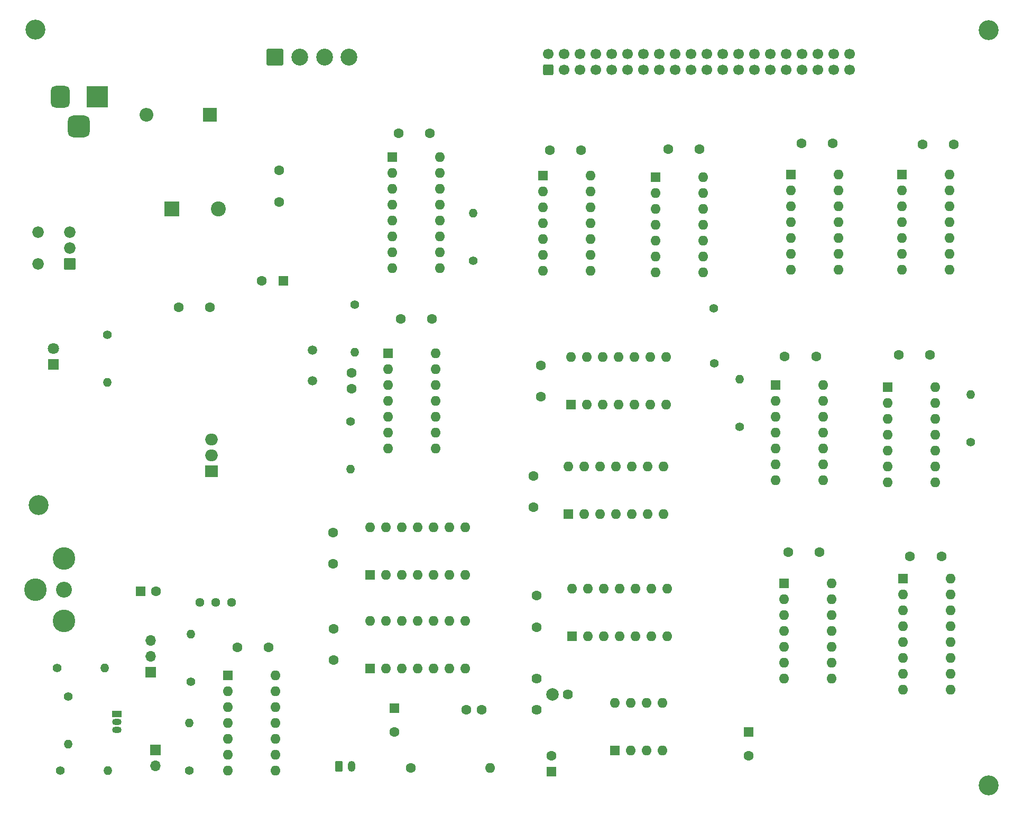
<source format=gbr>
%TF.GenerationSoftware,KiCad,Pcbnew,(6.0.5)*%
%TF.CreationDate,2025-02-02T16:16:03-05:00*%
%TF.ProjectId,full video boardREV2,66756c6c-2076-4696-9465-6f20626f6172,rev?*%
%TF.SameCoordinates,Original*%
%TF.FileFunction,Soldermask,Bot*%
%TF.FilePolarity,Negative*%
%FSLAX46Y46*%
G04 Gerber Fmt 4.6, Leading zero omitted, Abs format (unit mm)*
G04 Created by KiCad (PCBNEW (6.0.5)) date 2025-02-02 16:16:03*
%MOMM*%
%LPD*%
G01*
G04 APERTURE LIST*
G04 Aperture macros list*
%AMRoundRect*
0 Rectangle with rounded corners*
0 $1 Rounding radius*
0 $2 $3 $4 $5 $6 $7 $8 $9 X,Y pos of 4 corners*
0 Add a 4 corners polygon primitive as box body*
4,1,4,$2,$3,$4,$5,$6,$7,$8,$9,$2,$3,0*
0 Add four circle primitives for the rounded corners*
1,1,$1+$1,$2,$3*
1,1,$1+$1,$4,$5*
1,1,$1+$1,$6,$7*
1,1,$1+$1,$8,$9*
0 Add four rect primitives between the rounded corners*
20,1,$1+$1,$2,$3,$4,$5,0*
20,1,$1+$1,$4,$5,$6,$7,0*
20,1,$1+$1,$6,$7,$8,$9,0*
20,1,$1+$1,$8,$9,$2,$3,0*%
G04 Aperture macros list end*
%ADD10R,1.600000X1.600000*%
%ADD11O,1.600000X1.600000*%
%ADD12C,1.600000*%
%ADD13RoundRect,0.102000X-0.817500X-0.817500X0.817500X-0.817500X0.817500X0.817500X-0.817500X0.817500X0*%
%ADD14C,1.839000*%
%ADD15C,1.400000*%
%ADD16O,1.400000X1.400000*%
%ADD17RoundRect,0.250000X0.600000X-0.600000X0.600000X0.600000X-0.600000X0.600000X-0.600000X-0.600000X0*%
%ADD18C,1.700000*%
%ADD19R,1.800000X1.800000*%
%ADD20C,1.800000*%
%ADD21R,3.500000X3.500000*%
%ADD22RoundRect,0.750000X-0.750000X-1.000000X0.750000X-1.000000X0.750000X1.000000X-0.750000X1.000000X0*%
%ADD23RoundRect,0.875000X-0.875000X-0.875000X0.875000X-0.875000X0.875000X0.875000X-0.875000X0.875000X0*%
%ADD24R,2.200000X2.200000*%
%ADD25O,2.200000X2.200000*%
%ADD26C,3.200000*%
%ADD27R,1.700000X1.700000*%
%ADD28O,1.700000X1.700000*%
%ADD29C,1.500000*%
%ADD30R,2.000000X1.905000*%
%ADD31O,2.000000X1.905000*%
%ADD32RoundRect,0.250000X-0.350000X-0.625000X0.350000X-0.625000X0.350000X0.625000X-0.350000X0.625000X0*%
%ADD33O,1.200000X1.750000*%
%ADD34C,3.616000*%
%ADD35C,2.550000*%
%ADD36C,2.000000*%
%ADD37C,1.620000*%
%ADD38R,2.400000X2.400000*%
%ADD39C,2.400000*%
%ADD40RoundRect,0.250001X-1.099999X-1.099999X1.099999X-1.099999X1.099999X1.099999X-1.099999X1.099999X0*%
%ADD41C,2.700000*%
%ADD42R,1.500000X1.050000*%
%ADD43O,1.500000X1.050000*%
%ADD44C,1.440000*%
G04 APERTURE END LIST*
D10*
%TO.C,U10*%
X274660200Y-180126400D03*
D11*
X274660200Y-182666400D03*
X274660200Y-185206400D03*
X274660200Y-187746400D03*
X274660200Y-190286400D03*
X274660200Y-192826400D03*
X274660200Y-195366400D03*
X274660200Y-197906400D03*
X282280200Y-197906400D03*
X282280200Y-195366400D03*
X282280200Y-192826400D03*
X282280200Y-190286400D03*
X282280200Y-187746400D03*
X282280200Y-185206400D03*
X282280200Y-182666400D03*
X282280200Y-180126400D03*
%TD*%
D10*
%TO.C,U7*%
X192872200Y-112613200D03*
D11*
X192872200Y-115153200D03*
X192872200Y-117693200D03*
X192872200Y-120233200D03*
X192872200Y-122773200D03*
X192872200Y-125313200D03*
X192872200Y-127853200D03*
X192872200Y-130393200D03*
X200492200Y-130393200D03*
X200492200Y-127853200D03*
X200492200Y-125313200D03*
X200492200Y-122773200D03*
X200492200Y-120233200D03*
X200492200Y-117693200D03*
X200492200Y-115153200D03*
X200492200Y-112613200D03*
%TD*%
D12*
%TO.C,C18*%
X277814400Y-110617000D03*
X282814400Y-110617000D03*
%TD*%
%TO.C,C14*%
X223099000Y-111531400D03*
X218099000Y-111531400D03*
%TD*%
%TO.C,C13*%
X186385200Y-149682200D03*
X186385200Y-147182200D03*
%TD*%
D13*
%TO.C,S1*%
X141227750Y-129717800D03*
D14*
X141227750Y-127177800D03*
X141227750Y-124637800D03*
X136147750Y-129717800D03*
X136147750Y-124637800D03*
%TD*%
D15*
%TO.C,R8*%
X140970000Y-199034400D03*
D16*
X140970000Y-206654400D03*
%TD*%
D17*
%TO.C,J4*%
X217855800Y-98644100D03*
D18*
X217855800Y-96104100D03*
X220395800Y-98644100D03*
X220395800Y-96104100D03*
X222935800Y-98644100D03*
X222935800Y-96104100D03*
X225475800Y-98644100D03*
X225475800Y-96104100D03*
X228015800Y-98644100D03*
X228015800Y-96104100D03*
X230555800Y-98644100D03*
X230555800Y-96104100D03*
X233095800Y-98644100D03*
X233095800Y-96104100D03*
X235635800Y-98644100D03*
X235635800Y-96104100D03*
X238175800Y-98644100D03*
X238175800Y-96104100D03*
X240715800Y-98644100D03*
X240715800Y-96104100D03*
X243255800Y-98644100D03*
X243255800Y-96104100D03*
X245795800Y-98644100D03*
X245795800Y-96104100D03*
X248335800Y-98644100D03*
X248335800Y-96104100D03*
X250875800Y-98644100D03*
X250875800Y-96104100D03*
X253415800Y-98644100D03*
X253415800Y-96104100D03*
X255955800Y-98644100D03*
X255955800Y-96104100D03*
X258495800Y-98644100D03*
X258495800Y-96104100D03*
X261035800Y-98644100D03*
X261035800Y-96104100D03*
X263575800Y-98644100D03*
X263575800Y-96104100D03*
X266115800Y-98644100D03*
X266115800Y-96104100D03*
%TD*%
D19*
%TO.C,D2*%
X138607800Y-145826400D03*
D20*
X138607800Y-143286400D03*
%TD*%
D21*
%TO.C,J3*%
X145674600Y-103030100D03*
D22*
X139674600Y-103030100D03*
D23*
X142674600Y-107730100D03*
%TD*%
D24*
%TO.C,D1*%
X163677600Y-105892600D03*
D25*
X153517600Y-105892600D03*
%TD*%
D10*
%TO.C,C25*%
X175439451Y-132410200D03*
D12*
X171939451Y-132410200D03*
%TD*%
D15*
%TO.C,R6*%
X139725400Y-210845400D03*
D16*
X147345400Y-210845400D03*
%TD*%
D12*
%TO.C,C10*%
X194197600Y-138531600D03*
X199197600Y-138531600D03*
%TD*%
D10*
%TO.C,U5*%
X272247200Y-149448600D03*
D11*
X272247200Y-151988600D03*
X272247200Y-154528600D03*
X272247200Y-157068600D03*
X272247200Y-159608600D03*
X272247200Y-162148600D03*
X272247200Y-164688600D03*
X279867200Y-164688600D03*
X279867200Y-162148600D03*
X279867200Y-159608600D03*
X279867200Y-157068600D03*
X279867200Y-154528600D03*
X279867200Y-151988600D03*
X279867200Y-149448600D03*
%TD*%
D12*
%TO.C,C9*%
X193918200Y-108864400D03*
X198918200Y-108864400D03*
%TD*%
D15*
%TO.C,R7*%
X139192000Y-194437000D03*
D16*
X146812000Y-194437000D03*
%TD*%
D26*
%TO.C,REF\u002A\u002A*%
X136194800Y-168325800D03*
%TD*%
D10*
%TO.C,C17*%
X152563821Y-182143400D03*
D12*
X155063821Y-182143400D03*
%TD*%
D26*
%TO.C,REF\u002A\u002A*%
X135737600Y-92202000D03*
%TD*%
D15*
%TO.C,R12*%
X147269200Y-141071600D03*
D16*
X147269200Y-148691600D03*
%TD*%
D12*
%TO.C,C8*%
X260741800Y-144526000D03*
X255741800Y-144526000D03*
%TD*%
D27*
%TO.C,JP1*%
X154965400Y-207543400D03*
D28*
X154965400Y-210083400D03*
%TD*%
D10*
%TO.C,C24*%
X193217800Y-200838549D03*
D12*
X193217800Y-204638549D03*
%TD*%
D15*
%TO.C,R4*%
X205867000Y-129235200D03*
D16*
X205867000Y-121615200D03*
%TD*%
D12*
%TO.C,C6*%
X215468200Y-168692200D03*
X215468200Y-163692200D03*
%TD*%
D15*
%TO.C,R9*%
X160578800Y-196646800D03*
D16*
X160578800Y-189026800D03*
%TD*%
D15*
%TO.C,R10*%
X160350200Y-210870800D03*
D16*
X160350200Y-203250800D03*
%TD*%
D10*
%TO.C,U1*%
X221660800Y-189321600D03*
D11*
X224200800Y-189321600D03*
X226740800Y-189321600D03*
X229280800Y-189321600D03*
X231820800Y-189321600D03*
X234360800Y-189321600D03*
X236900800Y-189321600D03*
X236900800Y-181701600D03*
X234360800Y-181701600D03*
X231820800Y-181701600D03*
X229280800Y-181701600D03*
X226740800Y-181701600D03*
X224200800Y-181701600D03*
X221660800Y-181701600D03*
%TD*%
D15*
%TO.C,R1*%
X186842400Y-136245600D03*
D16*
X186842400Y-143865600D03*
%TD*%
D29*
%TO.C,Y1*%
X180060600Y-143523800D03*
X180060600Y-148423800D03*
%TD*%
D10*
%TO.C,U15*%
X256753200Y-115463400D03*
D11*
X256753200Y-118003400D03*
X256753200Y-120543400D03*
X256753200Y-123083400D03*
X256753200Y-125623400D03*
X256753200Y-128163400D03*
X256753200Y-130703400D03*
X264373200Y-130703400D03*
X264373200Y-128163400D03*
X264373200Y-125623400D03*
X264373200Y-123083400D03*
X264373200Y-120543400D03*
X264373200Y-118003400D03*
X264373200Y-115463400D03*
%TD*%
D12*
%TO.C,C5*%
X256300600Y-175920400D03*
X261300600Y-175920400D03*
%TD*%
D10*
%TO.C,C21*%
X249910600Y-204673949D03*
D12*
X249910600Y-208473949D03*
%TD*%
D30*
%TO.C,U18*%
X163957000Y-162941000D03*
D31*
X163957000Y-160401000D03*
X163957000Y-157861000D03*
%TD*%
D32*
%TO.C,J5*%
X184318400Y-210168400D03*
D33*
X186318400Y-210168400D03*
%TD*%
D12*
%TO.C,C7*%
X216687400Y-145988400D03*
X216687400Y-150988400D03*
%TD*%
%TO.C,C15*%
X237098200Y-111353600D03*
X242098200Y-111353600D03*
%TD*%
%TO.C,C1*%
X278979000Y-144272000D03*
X273979000Y-144272000D03*
%TD*%
D15*
%TO.C,R3*%
X186182000Y-154965400D03*
D16*
X186182000Y-162585400D03*
%TD*%
D10*
%TO.C,U13*%
X216976800Y-115615800D03*
D11*
X216976800Y-118155800D03*
X216976800Y-120695800D03*
X216976800Y-123235800D03*
X216976800Y-125775800D03*
X216976800Y-128315800D03*
X216976800Y-130855800D03*
X224596800Y-130855800D03*
X224596800Y-128315800D03*
X224596800Y-125775800D03*
X224596800Y-123235800D03*
X224596800Y-120695800D03*
X224596800Y-118155800D03*
X224596800Y-115615800D03*
%TD*%
D34*
%TO.C,J1*%
X140265200Y-176914800D03*
X140265200Y-186914800D03*
X135765200Y-181914800D03*
D35*
X140265200Y-181914800D03*
%TD*%
D15*
%TO.C,REF\u002A\u002A*%
X244373400Y-136829800D03*
%TD*%
D10*
%TO.C,U6*%
X254264000Y-149118400D03*
D11*
X254264000Y-151658400D03*
X254264000Y-154198400D03*
X254264000Y-156738400D03*
X254264000Y-159278400D03*
X254264000Y-161818400D03*
X254264000Y-164358400D03*
X261884000Y-164358400D03*
X261884000Y-161818400D03*
X261884000Y-159278400D03*
X261884000Y-156738400D03*
X261884000Y-154198400D03*
X261884000Y-151658400D03*
X261884000Y-149118400D03*
%TD*%
D10*
%TO.C,U14*%
X235010800Y-115895200D03*
D11*
X235010800Y-118435200D03*
X235010800Y-120975200D03*
X235010800Y-123515200D03*
X235010800Y-126055200D03*
X235010800Y-128595200D03*
X235010800Y-131135200D03*
X242630800Y-131135200D03*
X242630800Y-128595200D03*
X242630800Y-126055200D03*
X242630800Y-123515200D03*
X242630800Y-120975200D03*
X242630800Y-118435200D03*
X242630800Y-115895200D03*
%TD*%
D15*
%TO.C,R2*%
X248539000Y-155778200D03*
D16*
X248539000Y-148158200D03*
%TD*%
D10*
%TO.C,U17*%
X228483000Y-207660400D03*
D11*
X231023000Y-207660400D03*
X233563000Y-207660400D03*
X236103000Y-207660400D03*
X236103000Y-200040400D03*
X233563000Y-200040400D03*
X231023000Y-200040400D03*
X228483000Y-200040400D03*
%TD*%
D12*
%TO.C,R11*%
X195834000Y-210439000D03*
D11*
X208534000Y-210439000D03*
%TD*%
D12*
%TO.C,C16*%
X258419600Y-110439200D03*
X263419600Y-110439200D03*
%TD*%
%TO.C,C2*%
X183438800Y-188127000D03*
X183438800Y-193127000D03*
%TD*%
D10*
%TO.C,U2*%
X255610200Y-180919200D03*
D11*
X255610200Y-183459200D03*
X255610200Y-185999200D03*
X255610200Y-188539200D03*
X255610200Y-191079200D03*
X255610200Y-193619200D03*
X255610200Y-196159200D03*
X263230200Y-196159200D03*
X263230200Y-193619200D03*
X263230200Y-191079200D03*
X263230200Y-188539200D03*
X263230200Y-185999200D03*
X263230200Y-183459200D03*
X263230200Y-180919200D03*
%TD*%
D10*
%TO.C,C22*%
X218338400Y-211011780D03*
D12*
X218338400Y-208511780D03*
%TD*%
D10*
%TO.C,U3*%
X221051200Y-169789000D03*
D11*
X223591200Y-169789000D03*
X226131200Y-169789000D03*
X228671200Y-169789000D03*
X231211200Y-169789000D03*
X233751200Y-169789000D03*
X236291200Y-169789000D03*
X236291200Y-162169000D03*
X233751200Y-162169000D03*
X231211200Y-162169000D03*
X228671200Y-162169000D03*
X226131200Y-162169000D03*
X223591200Y-162169000D03*
X221051200Y-162169000D03*
%TD*%
D12*
%TO.C,C12*%
X216001600Y-182869200D03*
X216001600Y-187869200D03*
%TD*%
%TO.C,C23*%
X204693200Y-201117200D03*
X207193200Y-201117200D03*
%TD*%
D36*
%TO.C,RV2*%
X218490800Y-198653400D03*
D37*
X215990800Y-201153400D03*
X220990800Y-198653400D03*
X215990800Y-196153400D03*
%TD*%
D38*
%TO.C,C19*%
X157548646Y-120954800D03*
D39*
X165048646Y-120954800D03*
%TD*%
D12*
%TO.C,C3*%
X275807800Y-176555400D03*
X280807800Y-176555400D03*
%TD*%
%TO.C,C4*%
X183413400Y-172785400D03*
X183413400Y-177785400D03*
%TD*%
D10*
%TO.C,U4*%
X221457600Y-152288400D03*
D11*
X223997600Y-152288400D03*
X226537600Y-152288400D03*
X229077600Y-152288400D03*
X231617600Y-152288400D03*
X234157600Y-152288400D03*
X236697600Y-152288400D03*
X236697600Y-144668400D03*
X234157600Y-144668400D03*
X231617600Y-144668400D03*
X229077600Y-144668400D03*
X226537600Y-144668400D03*
X223997600Y-144668400D03*
X221457600Y-144668400D03*
%TD*%
D26*
%TO.C,REF\u002A\u002A*%
X288340800Y-213258400D03*
%TD*%
D40*
%TO.C,J2*%
X174089100Y-96655800D03*
D41*
X178049100Y-96655800D03*
X182009100Y-96655800D03*
X185969100Y-96655800D03*
%TD*%
D42*
%TO.C,Q1*%
X148763400Y-201777600D03*
D43*
X148763400Y-203047600D03*
X148763400Y-204317600D03*
%TD*%
D12*
%TO.C,C20*%
X158663000Y-136702800D03*
X163663000Y-136702800D03*
%TD*%
D10*
%TO.C,U9*%
X166583200Y-195625800D03*
D11*
X166583200Y-198165800D03*
X166583200Y-200705800D03*
X166583200Y-203245800D03*
X166583200Y-205785800D03*
X166583200Y-208325800D03*
X166583200Y-210865800D03*
X174203200Y-210865800D03*
X174203200Y-208325800D03*
X174203200Y-205785800D03*
X174203200Y-203245800D03*
X174203200Y-200705800D03*
X174203200Y-198165800D03*
X174203200Y-195625800D03*
%TD*%
D10*
%TO.C,U11*%
X192237200Y-144038400D03*
D11*
X192237200Y-146578400D03*
X192237200Y-149118400D03*
X192237200Y-151658400D03*
X192237200Y-154198400D03*
X192237200Y-156738400D03*
X192237200Y-159278400D03*
X199857200Y-159278400D03*
X199857200Y-156738400D03*
X199857200Y-154198400D03*
X199857200Y-151658400D03*
X199857200Y-149118400D03*
X199857200Y-146578400D03*
X199857200Y-144038400D03*
%TD*%
D44*
%TO.C,RV1*%
X167106600Y-183896000D03*
X164566600Y-183896000D03*
X162026600Y-183896000D03*
%TD*%
D26*
%TO.C,REF\u002A\u002A*%
X288391600Y-92329000D03*
%TD*%
D10*
%TO.C,U16*%
X274482400Y-115463400D03*
D11*
X274482400Y-118003400D03*
X274482400Y-120543400D03*
X274482400Y-123083400D03*
X274482400Y-125623400D03*
X274482400Y-128163400D03*
X274482400Y-130703400D03*
X282102400Y-130703400D03*
X282102400Y-128163400D03*
X282102400Y-125623400D03*
X282102400Y-123083400D03*
X282102400Y-120543400D03*
X282102400Y-118003400D03*
X282102400Y-115463400D03*
%TD*%
D10*
%TO.C,U8*%
X189326600Y-179568000D03*
D11*
X191866600Y-179568000D03*
X194406600Y-179568000D03*
X196946600Y-179568000D03*
X199486600Y-179568000D03*
X202026600Y-179568000D03*
X204566600Y-179568000D03*
X204566600Y-171948000D03*
X202026600Y-171948000D03*
X199486600Y-171948000D03*
X196946600Y-171948000D03*
X194406600Y-171948000D03*
X191866600Y-171948000D03*
X189326600Y-171948000D03*
%TD*%
D15*
%TO.C,REF\u002A\u002A*%
X244424200Y-145669000D03*
%TD*%
D12*
%TO.C,C26*%
X174777400Y-114797200D03*
X174777400Y-119797200D03*
%TD*%
%TO.C,C11*%
X173061000Y-191160400D03*
X168061000Y-191160400D03*
%TD*%
D15*
%TO.C,R5*%
X285496000Y-158242000D03*
D16*
X285496000Y-150622000D03*
%TD*%
D10*
%TO.C,U12*%
X189326600Y-194477800D03*
D11*
X191866600Y-194477800D03*
X194406600Y-194477800D03*
X196946600Y-194477800D03*
X199486600Y-194477800D03*
X202026600Y-194477800D03*
X204566600Y-194477800D03*
X204566600Y-186857800D03*
X202026600Y-186857800D03*
X199486600Y-186857800D03*
X196946600Y-186857800D03*
X194406600Y-186857800D03*
X191866600Y-186857800D03*
X189326600Y-186857800D03*
%TD*%
D27*
%TO.C,JP2*%
X154152600Y-195122800D03*
D28*
X154152600Y-192582800D03*
X154152600Y-190042800D03*
%TD*%
M02*

</source>
